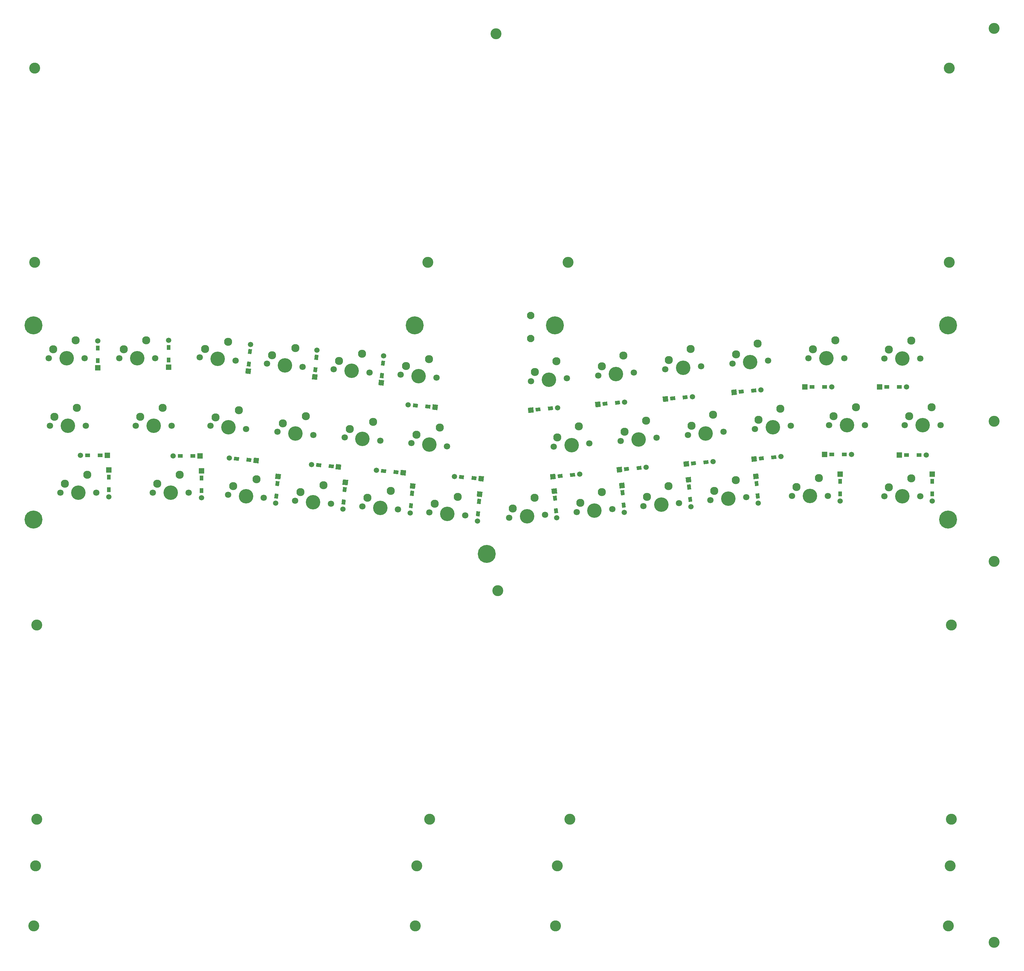
<source format=gbs>
%TF.GenerationSoftware,KiCad,Pcbnew,(5.1.6-0-10_14)*%
%TF.CreationDate,2020-09-01T22:17:50+09:00*%
%TF.ProjectId,cool836,636f6f6c-3833-4362-9e6b-696361645f70,rev?*%
%TF.SameCoordinates,Original*%
%TF.FileFunction,Soldermask,Bot*%
%TF.FilePolarity,Negative*%
%FSLAX46Y46*%
G04 Gerber Fmt 4.6, Leading zero omitted, Abs format (unit mm)*
G04 Created by KiCad (PCBNEW (5.1.6-0-10_14)) date 2020-09-01 22:17:50*
%MOMM*%
%LPD*%
G01*
G04 APERTURE LIST*
%ADD10C,3.100000*%
%ADD11C,5.100000*%
%ADD12C,1.800000*%
%ADD13C,4.100000*%
%ADD14C,2.300000*%
%ADD15C,1.497000*%
%ADD16R,1.497000X1.497000*%
%ADD17R,1.050000X1.400000*%
%ADD18C,0.100000*%
%ADD19R,1.400000X1.050000*%
%ADD20C,2.100000*%
G04 APERTURE END LIST*
D10*
%TO.C,REF\u002A\u002A*%
X198000000Y-81125000D03*
%TD*%
%TO.C,REF\u002A\u002A*%
X309275000Y-81125000D03*
%TD*%
%TO.C,REF\u002A\u002A*%
X158275000Y-81125000D03*
%TD*%
%TO.C,REF\u002A\u002A*%
X50275000Y-81125000D03*
%TD*%
%TO.C,REF\u002A\u002A*%
X322175000Y61950000D03*
%TD*%
%TO.C,REF\u002A\u002A*%
X322175000Y173225000D03*
%TD*%
%TO.C,REF\u002A\u002A*%
X322175000Y22225000D03*
%TD*%
%TO.C,REF\u002A\u002A*%
X322175000Y-85775000D03*
%TD*%
%TO.C,REF\u002A\u002A*%
X158725000Y-64100000D03*
%TD*%
%TO.C,REF\u002A\u002A*%
X50725000Y-64100000D03*
%TD*%
%TO.C,REF\u002A\u002A*%
X309725000Y-64100000D03*
%TD*%
%TO.C,REF\u002A\u002A*%
X198450000Y-64100000D03*
%TD*%
%TO.C,REF\u002A\u002A*%
X51050000Y4125000D03*
%TD*%
%TO.C,REF\u002A\u002A*%
X51050000Y-50875000D03*
%TD*%
%TO.C,REF\u002A\u002A*%
X202050000Y-50875000D03*
%TD*%
%TO.C,REF\u002A\u002A*%
X162325000Y-50875000D03*
%TD*%
%TO.C,REF\u002A\u002A*%
X181650000Y13885000D03*
%TD*%
%TO.C,REF\u002A\u002A*%
X310050000Y4125000D03*
%TD*%
%TO.C,REF\u002A\u002A*%
X310050000Y-50875000D03*
%TD*%
%TO.C,REF\u002A\u002A*%
X309525000Y106950000D03*
%TD*%
%TO.C,REF\u002A\u002A*%
X309525000Y161950000D03*
%TD*%
%TO.C,REF\u002A\u002A*%
X181125000Y171710000D03*
%TD*%
%TO.C,REF\u002A\u002A*%
X201525000Y106950000D03*
%TD*%
%TO.C,REF\u002A\u002A*%
X161800000Y106950000D03*
%TD*%
%TO.C,REF\u002A\u002A*%
X50525000Y106950000D03*
%TD*%
%TO.C,REF\u002A\u002A*%
X50525000Y161950000D03*
%TD*%
D11*
%TO.C,REF\u002A\u002A*%
X197850000Y89075000D03*
%TD*%
%TO.C,REF\u002A\u002A*%
X178525000Y24325000D03*
%TD*%
%TO.C,REF\u002A\u002A*%
X50125000Y34075000D03*
%TD*%
%TO.C,REF\u002A\u002A*%
X50125000Y89075000D03*
%TD*%
%TO.C,REF\u002A\u002A*%
X158125000Y89075000D03*
%TD*%
%TO.C,REF\u002A\u002A*%
X309125000Y34075000D03*
%TD*%
%TO.C,REF\u002A\u002A*%
X309125000Y89075000D03*
%TD*%
D12*
%TO.C,SW1*%
X64605000Y79775000D03*
X54445000Y79775000D03*
D13*
X59525000Y79775000D03*
D14*
X55715000Y82315000D03*
X62065000Y84855000D03*
%TD*%
%TO.C,SW7*%
X62465000Y65755000D03*
X56115000Y63215000D03*
D13*
X59925000Y60675000D03*
D12*
X54845000Y60675000D03*
X65005000Y60675000D03*
%TD*%
D15*
%TO.C,D1*%
X68325000Y84710000D03*
D16*
X68325000Y77090000D03*
D17*
X68325000Y79125000D03*
X68325000Y82675000D03*
%TD*%
D15*
%TO.C,D2*%
X88400000Y84860000D03*
D16*
X88400000Y77240000D03*
D17*
X88400000Y79275000D03*
X88400000Y82825000D03*
%TD*%
D15*
%TO.C,D3*%
X111632063Y83695502D03*
D18*
G36*
X111648353Y75293610D02*
G01*
X110157049Y75424082D01*
X110287521Y76915386D01*
X111778825Y76784914D01*
X111648353Y75293610D01*
G37*
G36*
X111607292Y77388661D02*
G01*
X110561288Y77480174D01*
X110683306Y78874847D01*
X111729310Y78783334D01*
X111607292Y77388661D01*
G37*
G36*
X111916694Y80925153D02*
G01*
X110870690Y81016666D01*
X110992708Y82411339D01*
X112038712Y82319826D01*
X111916694Y80925153D01*
G37*
%TD*%
D15*
%TO.C,D4*%
X130457063Y82070502D03*
D18*
G36*
X130473353Y73668610D02*
G01*
X128982049Y73799082D01*
X129112521Y75290386D01*
X130603825Y75159914D01*
X130473353Y73668610D01*
G37*
G36*
X130432292Y75763661D02*
G01*
X129386288Y75855174D01*
X129508306Y77249847D01*
X130554310Y77158334D01*
X130432292Y75763661D01*
G37*
G36*
X130741694Y79300153D02*
G01*
X129695690Y79391666D01*
X129817708Y80786339D01*
X130863712Y80694826D01*
X130741694Y79300153D01*
G37*
%TD*%
D15*
%TO.C,D5*%
X149307063Y80420502D03*
D18*
G36*
X149323353Y72018610D02*
G01*
X147832049Y72149082D01*
X147962521Y73640386D01*
X149453825Y73509914D01*
X149323353Y72018610D01*
G37*
G36*
X149282292Y74113661D02*
G01*
X148236288Y74205174D01*
X148358306Y75599847D01*
X149404310Y75508334D01*
X149282292Y74113661D01*
G37*
G36*
X149591694Y77650153D02*
G01*
X148545690Y77741666D01*
X148667708Y79136339D01*
X149713712Y79044826D01*
X149591694Y77650153D01*
G37*
%TD*%
D15*
%TO.C,D6*%
X156279498Y66557063D03*
D18*
G36*
X164681390Y66573353D02*
G01*
X164550918Y65082049D01*
X163059614Y65212521D01*
X163190086Y66703825D01*
X164681390Y66573353D01*
G37*
G36*
X162586339Y66532292D02*
G01*
X162494826Y65486288D01*
X161100153Y65608306D01*
X161191666Y66654310D01*
X162586339Y66532292D01*
G37*
G36*
X159049847Y66841694D02*
G01*
X158958334Y65795690D01*
X157563661Y65917708D01*
X157655174Y66963712D01*
X159049847Y66841694D01*
G37*
%TD*%
D19*
%TO.C,D7*%
X65450000Y52275000D03*
X69000000Y52275000D03*
D16*
X71035000Y52275000D03*
D15*
X63415000Y52275000D03*
%TD*%
D19*
%TO.C,D8*%
X91725000Y52100000D03*
X95275000Y52100000D03*
D16*
X97310000Y52100000D03*
D15*
X89690000Y52100000D03*
%TD*%
D18*
%TO.C,D9*%
G36*
X108374847Y51741694D02*
G01*
X108283334Y50695690D01*
X106888661Y50817708D01*
X106980174Y51863712D01*
X108374847Y51741694D01*
G37*
G36*
X111911339Y51432292D02*
G01*
X111819826Y50386288D01*
X110425153Y50508306D01*
X110516666Y51554310D01*
X111911339Y51432292D01*
G37*
G36*
X114006390Y51473353D02*
G01*
X113875918Y49982049D01*
X112384614Y50112521D01*
X112515086Y51603825D01*
X114006390Y51473353D01*
G37*
D15*
X105604498Y51457063D03*
%TD*%
D18*
%TO.C,D10*%
G36*
X131674847Y49941694D02*
G01*
X131583334Y48895690D01*
X130188661Y49017708D01*
X130280174Y50063712D01*
X131674847Y49941694D01*
G37*
G36*
X135211339Y49632292D02*
G01*
X135119826Y48586288D01*
X133725153Y48708306D01*
X133816666Y49754310D01*
X135211339Y49632292D01*
G37*
G36*
X137306390Y49673353D02*
G01*
X137175918Y48182049D01*
X135684614Y48312521D01*
X135815086Y49803825D01*
X137306390Y49673353D01*
G37*
D15*
X128904498Y49657063D03*
%TD*%
D18*
%TO.C,D11*%
G36*
X150024847Y48266694D02*
G01*
X149933334Y47220690D01*
X148538661Y47342708D01*
X148630174Y48388712D01*
X150024847Y48266694D01*
G37*
G36*
X153561339Y47957292D02*
G01*
X153469826Y46911288D01*
X152075153Y47033306D01*
X152166666Y48079310D01*
X153561339Y47957292D01*
G37*
G36*
X155656390Y47998353D02*
G01*
X155525918Y46507049D01*
X154034614Y46637521D01*
X154165086Y48128825D01*
X155656390Y47998353D01*
G37*
D15*
X147254498Y47982063D03*
%TD*%
%TO.C,D12*%
X169329498Y46282063D03*
D18*
G36*
X177731390Y46298353D02*
G01*
X177600918Y44807049D01*
X176109614Y44937521D01*
X176240086Y46428825D01*
X177731390Y46298353D01*
G37*
G36*
X175636339Y46257292D02*
G01*
X175544826Y45211288D01*
X174150153Y45333306D01*
X174241666Y46379310D01*
X175636339Y46257292D01*
G37*
G36*
X172099847Y46566694D02*
G01*
X172008334Y45520690D01*
X170613661Y45642708D01*
X170705174Y46688712D01*
X172099847Y46566694D01*
G37*
%TD*%
D15*
%TO.C,D13*%
X71450000Y40515000D03*
D16*
X71450000Y48135000D03*
D17*
X71450000Y46100000D03*
X71450000Y42550000D03*
%TD*%
D15*
%TO.C,D14*%
X97700000Y40215000D03*
D16*
X97700000Y47835000D03*
D17*
X97700000Y45800000D03*
X97700000Y42250000D03*
%TD*%
D15*
%TO.C,D15*%
X118742937Y38679498D03*
D18*
G36*
X118726647Y47081390D02*
G01*
X120217951Y46950918D01*
X120087479Y45459614D01*
X118596175Y45590086D01*
X118726647Y47081390D01*
G37*
G36*
X118767708Y44986339D02*
G01*
X119813712Y44894826D01*
X119691694Y43500153D01*
X118645690Y43591666D01*
X118767708Y44986339D01*
G37*
G36*
X118458306Y41449847D02*
G01*
X119504310Y41358334D01*
X119382292Y39963661D01*
X118336288Y40055174D01*
X118458306Y41449847D01*
G37*
%TD*%
D15*
%TO.C,D16*%
X137792937Y37004498D03*
D18*
G36*
X137776647Y45406390D02*
G01*
X139267951Y45275918D01*
X139137479Y43784614D01*
X137646175Y43915086D01*
X137776647Y45406390D01*
G37*
G36*
X137817708Y43311339D02*
G01*
X138863712Y43219826D01*
X138741694Y41825153D01*
X137695690Y41916666D01*
X137817708Y43311339D01*
G37*
G36*
X137508306Y39774847D02*
G01*
X138554310Y39683334D01*
X138432292Y38288661D01*
X137386288Y38380174D01*
X137508306Y39774847D01*
G37*
%TD*%
D15*
%TO.C,D17*%
X156867937Y35954498D03*
D18*
G36*
X156851647Y44356390D02*
G01*
X158342951Y44225918D01*
X158212479Y42734614D01*
X156721175Y42865086D01*
X156851647Y44356390D01*
G37*
G36*
X156892708Y42261339D02*
G01*
X157938712Y42169826D01*
X157816694Y40775153D01*
X156770690Y40866666D01*
X156892708Y42261339D01*
G37*
G36*
X156583306Y38724847D02*
G01*
X157629310Y38633334D01*
X157507292Y37238661D01*
X156461288Y37330174D01*
X156583306Y38724847D01*
G37*
%TD*%
%TO.C,D18*%
G36*
X175558306Y36424847D02*
G01*
X176604310Y36333334D01*
X176482292Y34938661D01*
X175436288Y35030174D01*
X175558306Y36424847D01*
G37*
G36*
X175867708Y39961339D02*
G01*
X176913712Y39869826D01*
X176791694Y38475153D01*
X175745690Y38566666D01*
X175867708Y39961339D01*
G37*
G36*
X175826647Y42056390D02*
G01*
X177317951Y41925918D01*
X177187479Y40434614D01*
X175696175Y40565086D01*
X175826647Y42056390D01*
G37*
D15*
X175842937Y33654498D03*
%TD*%
D18*
%TO.C,D19*%
G36*
X195909912Y64975391D02*
G01*
X195818399Y66021395D01*
X197213072Y66143413D01*
X197304585Y65097409D01*
X195909912Y64975391D01*
G37*
G36*
X192373420Y64665989D02*
G01*
X192281907Y65711993D01*
X193676580Y65834011D01*
X193768093Y64788007D01*
X192373420Y64665989D01*
G37*
G36*
X190317328Y64261750D02*
G01*
X190186856Y65753054D01*
X191678160Y65883526D01*
X191808632Y64392222D01*
X190317328Y64261750D01*
G37*
D15*
X198588748Y65736764D03*
%TD*%
D18*
%TO.C,D20*%
G36*
X214891666Y66595690D02*
G01*
X214800153Y67641694D01*
X216194826Y67763712D01*
X216286339Y66717708D01*
X214891666Y66595690D01*
G37*
G36*
X211355174Y66286288D02*
G01*
X211263661Y67332292D01*
X212658334Y67454310D01*
X212749847Y66408306D01*
X211355174Y66286288D01*
G37*
G36*
X209299082Y65882049D02*
G01*
X209168610Y67373353D01*
X210659914Y67503825D01*
X210790386Y66012521D01*
X209299082Y65882049D01*
G37*
D15*
X217570502Y67357063D03*
%TD*%
D18*
%TO.C,D21*%
G36*
X234041666Y68120690D02*
G01*
X233950153Y69166694D01*
X235344826Y69288712D01*
X235436339Y68242708D01*
X234041666Y68120690D01*
G37*
G36*
X230505174Y67811288D02*
G01*
X230413661Y68857292D01*
X231808334Y68979310D01*
X231899847Y67933306D01*
X230505174Y67811288D01*
G37*
G36*
X228449082Y67407049D02*
G01*
X228318610Y68898353D01*
X229809914Y69028825D01*
X229940386Y67537521D01*
X228449082Y67407049D01*
G37*
D15*
X236720502Y68882063D03*
%TD*%
D18*
%TO.C,D22*%
G36*
X253466666Y70020690D02*
G01*
X253375153Y71066694D01*
X254769826Y71188712D01*
X254861339Y70142708D01*
X253466666Y70020690D01*
G37*
G36*
X249930174Y69711288D02*
G01*
X249838661Y70757292D01*
X251233334Y70879310D01*
X251324847Y69833306D01*
X249930174Y69711288D01*
G37*
G36*
X247874082Y69307049D02*
G01*
X247743610Y70798353D01*
X249234914Y70928825D01*
X249365386Y69437521D01*
X247874082Y69307049D01*
G37*
D15*
X256145502Y70782063D03*
%TD*%
D19*
%TO.C,D23*%
X274200000Y71625000D03*
X270650000Y71625000D03*
D16*
X268615000Y71625000D03*
D15*
X276235000Y71625000D03*
%TD*%
%TO.C,D24*%
X297385000Y71625000D03*
D16*
X289765000Y71625000D03*
D19*
X291800000Y71625000D03*
X295350000Y71625000D03*
%TD*%
D15*
%TO.C,D25*%
X204845502Y46882063D03*
D18*
G36*
X196574082Y45407049D02*
G01*
X196443610Y46898353D01*
X197934914Y47028825D01*
X198065386Y45537521D01*
X196574082Y45407049D01*
G37*
G36*
X198630174Y45811288D02*
G01*
X198538661Y46857292D01*
X199933334Y46979310D01*
X200024847Y45933306D01*
X198630174Y45811288D01*
G37*
G36*
X202166666Y46120690D02*
G01*
X202075153Y47166694D01*
X203469826Y47288712D01*
X203561339Y46242708D01*
X202166666Y46120690D01*
G37*
%TD*%
D15*
%TO.C,D26*%
X223663748Y48861764D03*
D18*
G36*
X215392328Y47386750D02*
G01*
X215261856Y48878054D01*
X216753160Y49008526D01*
X216883632Y47517222D01*
X215392328Y47386750D01*
G37*
G36*
X217448420Y47790989D02*
G01*
X217356907Y48836993D01*
X218751580Y48959011D01*
X218843093Y47913007D01*
X217448420Y47790989D01*
G37*
G36*
X220984912Y48100391D02*
G01*
X220893399Y49146395D01*
X222288072Y49268413D01*
X222379585Y48222409D01*
X220984912Y48100391D01*
G37*
%TD*%
D15*
%TO.C,D27*%
X242613748Y50486764D03*
D18*
G36*
X234342328Y49011750D02*
G01*
X234211856Y50503054D01*
X235703160Y50633526D01*
X235833632Y49142222D01*
X234342328Y49011750D01*
G37*
G36*
X236398420Y49415989D02*
G01*
X236306907Y50461993D01*
X237701580Y50584011D01*
X237793093Y49538007D01*
X236398420Y49415989D01*
G37*
G36*
X239934912Y49725391D02*
G01*
X239843399Y50771395D01*
X241238072Y50893413D01*
X241329585Y49847409D01*
X239934912Y49725391D01*
G37*
%TD*%
D15*
%TO.C,D28*%
X261820502Y51882063D03*
D18*
G36*
X253549082Y50407049D02*
G01*
X253418610Y51898353D01*
X254909914Y52028825D01*
X255040386Y50537521D01*
X253549082Y50407049D01*
G37*
G36*
X255605174Y50811288D02*
G01*
X255513661Y51857292D01*
X256908334Y51979310D01*
X256999847Y50933306D01*
X255605174Y50811288D01*
G37*
G36*
X259141666Y51120690D02*
G01*
X259050153Y52166694D01*
X260444826Y52288712D01*
X260536339Y51242708D01*
X259141666Y51120690D01*
G37*
%TD*%
D15*
%TO.C,D29*%
X281785000Y52550000D03*
D16*
X274165000Y52550000D03*
D19*
X276200000Y52550000D03*
X279750000Y52550000D03*
%TD*%
%TO.C,D30*%
X300925000Y52325000D03*
X297375000Y52325000D03*
D16*
X295340000Y52325000D03*
D15*
X302960000Y52325000D03*
%TD*%
D18*
%TO.C,D31*%
G36*
X197545690Y37208334D02*
G01*
X198591694Y37299847D01*
X198713712Y35905174D01*
X197667708Y35813661D01*
X197545690Y37208334D01*
G37*
G36*
X197236288Y40744826D02*
G01*
X198282292Y40836339D01*
X198404310Y39441666D01*
X197358306Y39350153D01*
X197236288Y40744826D01*
G37*
G36*
X196832049Y42800918D02*
G01*
X198323353Y42931390D01*
X198453825Y41440086D01*
X196962521Y41309614D01*
X196832049Y42800918D01*
G37*
D15*
X198307063Y34529498D03*
%TD*%
D18*
%TO.C,D32*%
G36*
X216700391Y38790088D02*
G01*
X217746395Y38881601D01*
X217868413Y37486928D01*
X216822409Y37395415D01*
X216700391Y38790088D01*
G37*
G36*
X216390989Y42326580D02*
G01*
X217436993Y42418093D01*
X217559011Y41023420D01*
X216513007Y40931907D01*
X216390989Y42326580D01*
G37*
G36*
X215986750Y44382672D02*
G01*
X217478054Y44513144D01*
X217608526Y43021840D01*
X216117222Y42891368D01*
X215986750Y44382672D01*
G37*
D15*
X217461764Y36111252D03*
%TD*%
D18*
%TO.C,D33*%
G36*
X235545690Y40408334D02*
G01*
X236591694Y40499847D01*
X236713712Y39105174D01*
X235667708Y39013661D01*
X235545690Y40408334D01*
G37*
G36*
X235236288Y43944826D02*
G01*
X236282292Y44036339D01*
X236404310Y42641666D01*
X235358306Y42550153D01*
X235236288Y43944826D01*
G37*
G36*
X234832049Y46000918D02*
G01*
X236323353Y46131390D01*
X236453825Y44640086D01*
X234962521Y44509614D01*
X234832049Y46000918D01*
G37*
D15*
X236307063Y37729498D03*
%TD*%
D18*
%TO.C,D34*%
G36*
X254645690Y41383334D02*
G01*
X255691694Y41474847D01*
X255813712Y40080174D01*
X254767708Y39988661D01*
X254645690Y41383334D01*
G37*
G36*
X254336288Y44919826D02*
G01*
X255382292Y45011339D01*
X255504310Y43616666D01*
X254458306Y43525153D01*
X254336288Y44919826D01*
G37*
G36*
X253932049Y46975918D02*
G01*
X255423353Y47106390D01*
X255553825Y45615086D01*
X254062521Y45484614D01*
X253932049Y46975918D01*
G37*
D15*
X255407063Y38704498D03*
%TD*%
D17*
%TO.C,D35*%
X278575000Y41300000D03*
X278575000Y44850000D03*
D16*
X278575000Y46885000D03*
D15*
X278575000Y39265000D03*
%TD*%
D17*
%TO.C,D36*%
X304700000Y41300000D03*
X304700000Y44850000D03*
D16*
X304700000Y46885000D03*
D15*
X304700000Y39265000D03*
%TD*%
D12*
%TO.C,SW2*%
X84605000Y79775000D03*
X74445000Y79775000D03*
D13*
X79525000Y79775000D03*
D14*
X75715000Y82315000D03*
X82065000Y84855000D03*
%TD*%
D12*
%TO.C,SW3*%
X107385669Y79132249D03*
X97264331Y80017751D03*
D13*
X102325000Y79575000D03*
D14*
X98750874Y82437398D03*
X105298086Y84414293D03*
%TD*%
D12*
%TO.C,SW4*%
X126385669Y77332249D03*
X116264331Y78217751D03*
D13*
X121325000Y77775000D03*
D14*
X117750874Y80637398D03*
X124298086Y82614293D03*
%TD*%
D12*
%TO.C,SW5*%
X145285669Y75732249D03*
X135164331Y76617751D03*
D13*
X140225000Y76175000D03*
D14*
X136650874Y79037398D03*
X143198086Y81014293D03*
%TD*%
D12*
%TO.C,SW6*%
X164285669Y74232249D03*
X154164331Y75117751D03*
D13*
X159225000Y74675000D03*
D14*
X155650874Y77537398D03*
X162198086Y79514293D03*
%TD*%
%TO.C,SW8*%
X86765000Y65755000D03*
X80415000Y63215000D03*
D13*
X84225000Y60675000D03*
D12*
X79145000Y60675000D03*
X89305000Y60675000D03*
%TD*%
D14*
%TO.C,SW9*%
X108298086Y65014293D03*
X101750874Y63037398D03*
D13*
X105325000Y60175000D03*
D12*
X100264331Y60617751D03*
X110385669Y59732249D03*
%TD*%
D14*
%TO.C,SW10*%
X127298086Y63314293D03*
X120750874Y61337398D03*
D13*
X124325000Y58475000D03*
D12*
X119264331Y58917751D03*
X129385669Y58032249D03*
%TD*%
D14*
%TO.C,SW11*%
X146298086Y61714293D03*
X139750874Y59737398D03*
D13*
X143325000Y56875000D03*
D12*
X138264331Y57317751D03*
X148385669Y56432249D03*
%TD*%
D14*
%TO.C,SW12*%
X165198086Y60114293D03*
X158650874Y58137398D03*
D13*
X162225000Y55275000D03*
D12*
X157164331Y55717751D03*
X167285669Y54832249D03*
%TD*%
%TO.C,SW13*%
X67905000Y41675000D03*
X57745000Y41675000D03*
D13*
X62825000Y41675000D03*
D14*
X59015000Y44215000D03*
X65365000Y46755000D03*
%TD*%
D12*
%TO.C,SW14*%
X94105000Y41675000D03*
X83945000Y41675000D03*
D13*
X89025000Y41675000D03*
D14*
X85215000Y44215000D03*
X91565000Y46755000D03*
%TD*%
D12*
%TO.C,SW15*%
X115385669Y40232249D03*
X105264331Y41117751D03*
D13*
X110325000Y40675000D03*
D14*
X106750874Y43537398D03*
X113298086Y45514293D03*
%TD*%
D12*
%TO.C,SW16*%
X134385669Y38532249D03*
X124264331Y39417751D03*
D13*
X129325000Y38975000D03*
D14*
X125750874Y41837398D03*
X132298086Y43814293D03*
%TD*%
D12*
%TO.C,SW17*%
X153385669Y36932249D03*
X143264331Y37817751D03*
D13*
X148325000Y37375000D03*
D14*
X144750874Y40237398D03*
X151298086Y42214293D03*
%TD*%
D12*
%TO.C,SW18*%
X172385669Y35232249D03*
X162264331Y36117751D03*
D13*
X167325000Y35675000D03*
D14*
X163750874Y38537398D03*
X170298086Y40514293D03*
%TD*%
%TO.C,SW19*%
X198212583Y78957045D03*
X192108123Y75873271D03*
D13*
X196125000Y73675000D03*
D12*
X191064331Y73232249D03*
X201185669Y74117751D03*
%TD*%
D14*
%TO.C,SW20*%
X217212583Y80557045D03*
X211108123Y77473271D03*
D13*
X215125000Y75275000D03*
D12*
X210064331Y74832249D03*
X220185669Y75717751D03*
%TD*%
D14*
%TO.C,SW21*%
X236212583Y82357045D03*
X230108123Y79273271D03*
D13*
X234125000Y77075000D03*
D12*
X229064331Y76632249D03*
X239185669Y77517751D03*
%TD*%
D14*
%TO.C,SW22*%
X255212583Y83957045D03*
X249108123Y80873271D03*
D13*
X253125000Y78675000D03*
D12*
X248064331Y78232249D03*
X258185669Y79117751D03*
%TD*%
D14*
%TO.C,SW23*%
X277265000Y84855000D03*
X270915000Y82315000D03*
D13*
X274725000Y79775000D03*
D12*
X269645000Y79775000D03*
X279805000Y79775000D03*
%TD*%
D14*
%TO.C,SW24*%
X298765000Y84755000D03*
X292415000Y82215000D03*
D13*
X296225000Y79675000D03*
D12*
X291145000Y79675000D03*
X301305000Y79675000D03*
%TD*%
%TO.C,SW25*%
X207585669Y55617751D03*
X197464331Y54732249D03*
D13*
X202525000Y55175000D03*
D14*
X198508123Y57373271D03*
X204612583Y60457045D03*
%TD*%
D12*
%TO.C,SW26*%
X226585669Y57217751D03*
X216464331Y56332249D03*
D13*
X221525000Y56775000D03*
D14*
X217508123Y58973271D03*
X223612583Y62057045D03*
%TD*%
D12*
%TO.C,SW27*%
X245585669Y58917751D03*
X235464331Y58032249D03*
D13*
X240525000Y58475000D03*
D14*
X236508123Y60673271D03*
X242612583Y63757045D03*
%TD*%
D12*
%TO.C,SW28*%
X264585669Y60617751D03*
X254464331Y59732249D03*
D13*
X259525000Y60175000D03*
D14*
X255508123Y62373271D03*
X261612583Y65457045D03*
%TD*%
D12*
%TO.C,SW29*%
X285605000Y60775000D03*
X275445000Y60775000D03*
D13*
X280525000Y60775000D03*
D14*
X276715000Y63315000D03*
X283065000Y65855000D03*
%TD*%
D12*
%TO.C,SW30*%
X307005000Y60775000D03*
X296845000Y60775000D03*
D13*
X301925000Y60775000D03*
D14*
X298115000Y63315000D03*
X304465000Y65855000D03*
%TD*%
%TO.C,SW31*%
X192012583Y40257045D03*
X185908123Y37173271D03*
D13*
X189925000Y34975000D03*
D12*
X184864331Y34532249D03*
X194985669Y35417751D03*
%TD*%
D14*
%TO.C,SW32*%
X211112583Y41857045D03*
X205008123Y38773271D03*
D13*
X209025000Y36575000D03*
D12*
X203964331Y36132249D03*
X214085669Y37017751D03*
%TD*%
D14*
%TO.C,SW33*%
X230012583Y43557045D03*
X223908123Y40473271D03*
D13*
X227925000Y38275000D03*
D12*
X222864331Y37832249D03*
X232985669Y38717751D03*
%TD*%
D14*
%TO.C,SW34*%
X249012583Y45257045D03*
X242908123Y42173271D03*
D13*
X246925000Y39975000D03*
D12*
X241864331Y39532249D03*
X251985669Y40417751D03*
%TD*%
D14*
%TO.C,SW35*%
X272565000Y45855000D03*
X266215000Y43315000D03*
D13*
X270025000Y40775000D03*
D12*
X264945000Y40775000D03*
X275105000Y40775000D03*
%TD*%
D14*
%TO.C,SW36*%
X298765000Y45755000D03*
X292415000Y43215000D03*
D13*
X296225000Y40675000D03*
D12*
X291145000Y40675000D03*
X301305000Y40675000D03*
%TD*%
D20*
%TO.C,SW37*%
X190950000Y85350000D03*
X190950000Y91850000D03*
%TD*%
M02*

</source>
